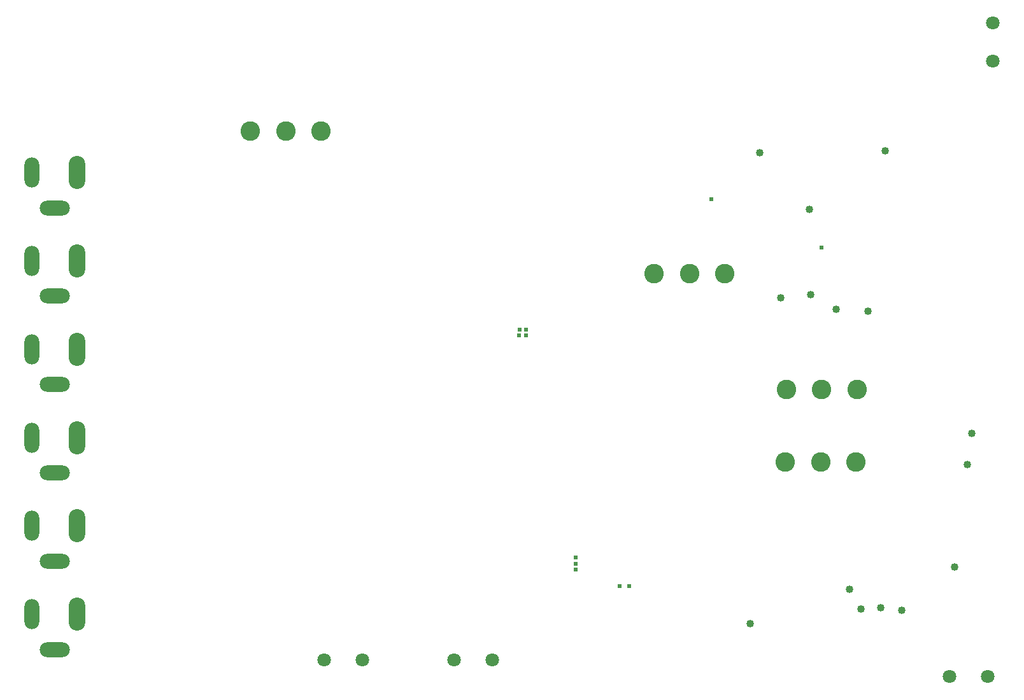
<source format=gbr>
%TF.GenerationSoftware,KiCad,Pcbnew,7.0.6-0*%
%TF.CreationDate,2024-04-17T06:46:49-03:00*%
%TF.ProjectId,Buoy,42756f79-2e6b-4696-9361-645f70636258,rev?*%
%TF.SameCoordinates,Original*%
%TF.FileFunction,Copper,L3,Inr*%
%TF.FilePolarity,Positive*%
%FSLAX46Y46*%
G04 Gerber Fmt 4.6, Leading zero omitted, Abs format (unit mm)*
G04 Created by KiCad (PCBNEW 7.0.6-0) date 2024-04-17 06:46:49*
%MOMM*%
%LPD*%
G01*
G04 APERTURE LIST*
%TA.AperFunction,ComponentPad*%
%ADD10C,2.600000*%
%TD*%
%TA.AperFunction,ComponentPad*%
%ADD11C,1.803400*%
%TD*%
%TA.AperFunction,ComponentPad*%
%ADD12O,2.200000X4.400000*%
%TD*%
%TA.AperFunction,ComponentPad*%
%ADD13O,2.000000X4.000000*%
%TD*%
%TA.AperFunction,ComponentPad*%
%ADD14O,4.000000X2.000000*%
%TD*%
%TA.AperFunction,ViaPad*%
%ADD15C,0.609600*%
%TD*%
%TA.AperFunction,ViaPad*%
%ADD16C,1.016000*%
%TD*%
G04 APERTURE END LIST*
D10*
%TO.N,/Non-Batman*%
%TO.C,SW4*%
X185440000Y-93180000D03*
%TO.N,/Bat_out*%
X190140000Y-93180000D03*
%TO.N,/Batman*%
X194840000Y-93180000D03*
%TD*%
%TO.N,Net-(SW2-A)*%
%TO.C,SW2*%
X177277500Y-77732500D03*
%TO.N,Net-(J14-Pin_1)*%
X172577500Y-77732500D03*
%TO.N,PGND*%
X167877500Y-77732500D03*
%TD*%
D11*
%TO.N,Net-(J7-Pin_1)*%
%TO.C,J7*%
X124003400Y-129185000D03*
%TO.N,PGND*%
X129083400Y-129185000D03*
%TD*%
D12*
%TO.N,/PV_connection*%
%TO.C,J5*%
X91161750Y-111313500D03*
D13*
%TO.N,PGND*%
X85161750Y-111313500D03*
D14*
X88161750Y-116013500D03*
%TD*%
D12*
%TO.N,/PV_connection*%
%TO.C,J2*%
X91161750Y-76063500D03*
D13*
%TO.N,PGND*%
X85161750Y-76063500D03*
D14*
X88161750Y-80763500D03*
%TD*%
D12*
%TO.N,/PV_connection*%
%TO.C,J1*%
X91161750Y-64313500D03*
D13*
%TO.N,PGND*%
X85161750Y-64313500D03*
D14*
X88161750Y-69013500D03*
%TD*%
D10*
%TO.N,/Non-Batman*%
%TO.C,SW3*%
X185330000Y-102860000D03*
%TO.N,/Bat_in*%
X190030000Y-102860000D03*
%TO.N,/Batman*%
X194730000Y-102860000D03*
%TD*%
D12*
%TO.N,/PV_connection*%
%TO.C,J3*%
X91161750Y-87813500D03*
D13*
%TO.N,PGND*%
X85161750Y-87813500D03*
D14*
X88161750Y-92513500D03*
%TD*%
D11*
%TO.N,Net-(J14-Pin_1)*%
%TO.C,J14*%
X212955000Y-49516600D03*
%TO.N,/Bat_in*%
X212955000Y-44436600D03*
%TD*%
D12*
%TO.N,/PV_connection*%
%TO.C,J4*%
X91161750Y-99563500D03*
D13*
%TO.N,PGND*%
X85161750Y-99563500D03*
D14*
X88161750Y-104263500D03*
%TD*%
D12*
%TO.N,/PV_connection*%
%TO.C,J6*%
X91161750Y-123063500D03*
D13*
%TO.N,PGND*%
X85161750Y-123063500D03*
D14*
X88161750Y-127763500D03*
%TD*%
D11*
%TO.N,/Bat_out*%
%TO.C,J8*%
X207153400Y-131365000D03*
%TO.N,PGND*%
X212233400Y-131365000D03*
%TD*%
D10*
%TO.N,unconnected-(SW1-A-Pad1)*%
%TO.C,SW1*%
X114220000Y-58800000D03*
%TO.N,/V_solar_in*%
X118920000Y-58800000D03*
%TO.N,/V_solar_out*%
X123620000Y-58800000D03*
%TD*%
D11*
%TO.N,/3.4V*%
%TO.C,J11*%
X141322693Y-129185707D03*
%TO.N,PGND*%
X146402693Y-129185707D03*
%TD*%
D15*
%TO.N,PGND*%
X150860000Y-85240000D03*
X157420000Y-115510000D03*
X149980000Y-85230000D03*
D16*
X210100000Y-99050000D03*
D15*
X149960000Y-85940000D03*
D16*
X200770000Y-122540000D03*
X196290000Y-82750000D03*
D15*
X150860000Y-85950000D03*
D16*
X195415000Y-122355000D03*
D15*
X157420000Y-117110000D03*
D16*
X209550000Y-103175000D03*
X198020000Y-122190000D03*
X207840000Y-116790000D03*
X193830000Y-119730000D03*
D15*
X163270000Y-119360000D03*
D16*
X184705000Y-80957500D03*
X198590000Y-61380000D03*
X188720000Y-80580000D03*
X180620000Y-124360000D03*
X192060000Y-82460000D03*
X188555000Y-69230000D03*
X181900000Y-61640000D03*
D15*
X157430000Y-116330000D03*
X175490000Y-67820000D03*
X164590000Y-119340000D03*
%TO.N,Net-(J10-Pin_5)*%
X190170000Y-74285000D03*
%TD*%
M02*

</source>
